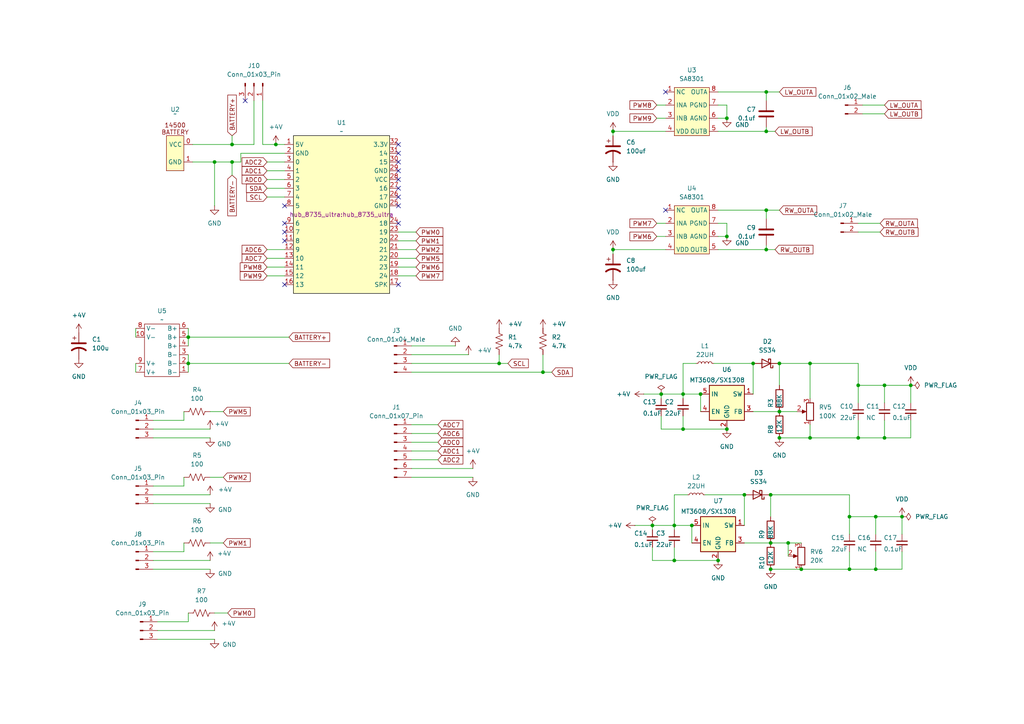
<source format=kicad_sch>
(kicad_sch (version 20250114) (generator "eeschema") (generator_version "9.0")
  (paper "A4")
  (lib_symbols
    (symbol "14500_battery:battery_slot"
      (property "Reference" "U" (at 0 0 0))
      (symbol "battery_slot_1_1"
        (text "14500\nBATTERY" (at -1.27 7.112 0) (effects (font (size 1.27 1.27))))
        (pin power_in line (at 3.81 2.54 180) (length 2.54) (name "VCC") (number "0"))
        (pin input line (at 3.81 -2.54 180) (length 2.54) (name "GND") (number "1"))
      )
    )
    (symbol "14500_battery:charger"
      (property "Reference" "U" (at 0 0 0))
      (symbol "charger_1_1"
        (pin power_out line (at -7.62 6.35 0) (length 2.54) (name "B-") (number "1"))
        (pin power_out line (at -7.62 3.81 0) (length 2.54) (name "B-") (number "2"))
        (pin power_out line (at -7.62 1.27 0) (length 2.54) (name "B-") (number "3"))
        (pin power_out line (at -7.62 -1.27 0) (length 2.54) (name "B+") (number "4"))
        (pin power_out line (at -7.62 -3.81 0) (length 2.54) (name "B+") (number "5"))
        (pin power_out line (at -7.62 -6.35 0) (length 2.54) (name "B+") (number "6"))
        (pin power_out line (at 7.62 6.35 180) (length 2.54) (name "V+") (number "7"))
        (pin power_out line (at 7.62 3.81 180) (length 2.54) (name "V+") (number "9"))
        (pin power_out line (at 7.62 -3.81 180) (length 2.54) (name "V-") (number "10"))
        (pin power_out line (at 7.62 -6.35 180) (length 2.54) (name "V-") (number "8"))
      )
    )
    (symbol "Connector:Conn_01x02_Pin" (pin_names (offset 1.016) (hide yes))
      (property "Reference" "J" (at 0 2.54 0))
      (property "Value" "Conn_01x02_Pin" (at 0 -5.08 0))
      (symbol "Conn_01x02_Pin_1_1"
        (pin passive line (at 5.08 0 180) (length 3.81) (name "Pin_1") (number "1"))
        (pin passive line (at 5.08 -2.54 180) (length 3.81) (name "Pin_2") (number "2"))
      )
    )
    (symbol "Connector:Conn_01x03_Pin" (pin_names (offset 1.016) (hide yes))
      (property "Reference" "J" (at 0 5.08 0))
      (property "Value" "Conn_01x03_Pin" (at 0 -5.08 0))
      (symbol "Conn_01x03_Pin_1_1"
        (pin passive line (at 5.08 2.54 180) (length 3.81) (name "Pin_1") (number "1"))
        (pin passive line (at 5.08 0 180) (length 3.81) (name "Pin_2") (number "2"))
        (pin passive line (at 5.08 -2.54 180) (length 3.81) (name "Pin_3") (number "3"))
      )
    )
    (symbol "Connector:Conn_01x04_Pin" (pin_names (offset 1.016) (hide yes))
      (property "Reference" "J" (at 0 5.08 0))
      (property "Value" "Conn_01x04_Pin" (at 0 -7.62 0))
      (symbol "Conn_01x04_Pin_1_1"
        (pin passive line (at 5.08 2.54 180) (length 3.81) (name "Pin_1") (number "1"))
        (pin passive line (at 5.08 0 180) (length 3.81) (name "Pin_2") (number "2"))
        (pin passive line (at 5.08 -2.54 180) (length 3.81) (name "Pin_3") (number "3"))
        (pin passive line (at 5.08 -5.08 180) (length 3.81) (name "Pin_4") (number "4"))
      )
    )
    (symbol "Connector:Conn_01x07_Pin" (pin_names (offset 1.016) (hide yes))
      (property "Reference" "J" (at 0 10.16 0))
      (property "Value" "Conn_01x07_Pin" (at 0 -10.16 0))
      (symbol "Conn_01x07_Pin_1_1"
        (pin passive line (at 5.08 7.62 180) (length 3.81) (name "Pin_1") (number "1"))
        (pin passive line (at 5.08 5.08 180) (length 3.81) (name "Pin_2") (number "2"))
        (pin passive line (at 5.08 2.54 180) (length 3.81) (name "Pin_3") (number "3"))
        (pin passive line (at 5.08 0 180) (length 3.81) (name "Pin_4") (number "4"))
        (pin passive line (at 5.08 -2.54 180) (length 3.81) (name "Pin_5") (number "5"))
        (pin passive line (at 5.08 -5.08 180) (length 3.81) (name "Pin_6") (number "6"))
        (pin passive line (at 5.08 -7.62 180) (length 3.81) (name "Pin_7") (number "7"))
      )
    )
    (symbol "Device:C" (pin_numbers (hide yes)) (pin_names (offset 0.254))
      (property "Reference" "C" (at 0.635 2.54 0))
      (property "Value" "C" (at 0.635 -2.54 0))
      (symbol "C_1_1"
        (pin passive line (at 0 3.81 270) (length 2.794) (name "~") (number "1"))
        (pin passive line (at 0 -3.81 90) (length 2.794) (name "~") (number "2"))
      )
    )
    (symbol "Device:C_Polarized_US" (pin_numbers (hide yes)) (pin_names (offset 0.254) (hide yes))
      (property "Reference" "C" (at 0.635 2.54 0))
      (property "Value" "C_Polarized_US" (at 0.635 -2.54 0))
      (symbol "C_Polarized_US_1_1"
        (pin passive line (at 0 3.81 270) (length 2.794) (name "~") (number "1"))
        (pin passive line (at 0 -3.81 90) (length 3.302) (name "~") (number "2"))
      )
    )
    (symbol "Device:C_Small" (pin_numbers (hide yes)) (pin_names (offset 0.254) (hide yes))
      (property "Reference" "C" (at 0.254 1.778 0))
      (property "Value" "C_Small" (at 0.254 -2.032 0))
      (symbol "C_Small_1_1"
        (pin passive line (at 0 2.54 270) (length 2.032) (name "~") (number "1"))
        (pin passive line (at 0 -2.54 90) (length 2.032) (name "~") (number "2"))
      )
    )
    (symbol "Device:L_Small" (pin_numbers (hide yes)) (pin_names (offset 0.254) (hide yes))
      (property "Reference" "L" (at 0.762 1.016 0))
      (property "Value" "L_Small" (at 0.762 -1.016 0))
      (symbol "L_Small_1_1"
        (pin passive line (at 0 2.54 270) (length 0.508) (name "~") (number "1"))
        (pin passive line (at 0 -2.54 90) (length 0.508) (name "~") (number "2"))
      )
    )
    (symbol "Device:R" (pin_numbers (hide yes)) (pin_names (offset 0))
      (property "Reference" "R" (at 2.032 0 90))
      (property "Value" "R" (at 0 0 90))
      (symbol "R_1_1"
        (pin passive line (at 0 3.81 270) (length 1.27) (name "~") (number "1"))
        (pin passive line (at 0 -3.81 90) (length 1.27) (name "~") (number "2"))
      )
    )
    (symbol "Device:R_Potentiometer" (pin_names (offset 1.016) (hide yes))
      (property "Reference" "RV" (at -4.445 0 90))
      (property "Value" "R_Potentiometer" (at -2.54 0 90))
      (symbol "R_Potentiometer_1_1"
        (pin passive line (at 0 3.81 270) (length 1.27) (name "1") (number "1"))
        (pin passive line (at 0 -3.81 90) (length 1.27) (name "3") (number "3"))
        (pin passive line (at 3.81 0 180) (length 1.27) (name "2") (number "2"))
      )
    )
    (symbol "Device:R_US" (pin_numbers (hide yes)) (pin_names (offset 0))
      (property "Reference" "R" (at 2.54 0 90))
      (property "Value" "R_US" (at -2.54 0 90))
      (symbol "R_US_1_1"
        (pin passive line (at 0 3.81 270) (length 1.27) (name "~") (number "1"))
        (pin passive line (at 0 -3.81 90) (length 1.27) (name "~") (number "2"))
      )
    )
    (symbol "Diode:SS34" (pin_numbers (hide yes)) (pin_names (offset 1.016) (hide yes))
      (property "Reference" "D" (at 0 2.54 0))
      (property "Value" "SS34" (at 0 -2.54 0))
      (symbol "SS34_1_1"
        (pin passive line (at -3.81 0 0) (length 2.54) (name "K") (number "1"))
        (pin passive line (at 3.81 0 180) (length 2.54) (name "A") (number "2"))
      )
    )
    (symbol "IC:SA8301"
      (property "Reference" "U" (at -2.54 1.27 0))
      (property "Value" "SA8301" (at 0 0 0))
      (symbol "SA8301_1_1"
        (pin passive line (at -6.35 -2.54 0) (length 2.54) (name "NC") (number "1"))
        (pin input line (at -6.35 -6.35 0) (length 2.54) (name "INA") (number "2"))
        (pin input line (at -6.35 -10.16 0) (length 2.54) (name "INB") (number "3"))
        (pin power_in line (at -6.35 -13.97 0) (length 2.54) (name "VDD") (number "4"))
        (pin output line (at 8.89 -2.54 180) (length 2.54) (name "OUTA") (number "8"))
        (pin power_in line (at 8.89 -6.35 180) (length 2.54) (name "PGND") (number "7"))
        (pin power_in line (at 8.89 -10.16 180) (length 2.54) (name "AGND") (number "6"))
        (pin output line (at 8.89 -13.97 180) (length 2.54) (name "OUTB") (number "5"))
      )
    )
    (symbol "Regulator_Switching:MT3608"
      (property "Reference" "U" (at -2.54 8.89 0))
      (property "Value" "MT3608" (at -3.81 6.35 0))
      (symbol "MT3608_1_1"
        (pin power_in line (at -7.62 2.54 0) (length 2.54) (name "IN") (number "5"))
        (pin input line (at -7.62 -2.54 0) (length 2.54) (name "EN") (number "4"))
        (pin power_in line (at 0 -7.62 90) (length 2.54) (name "GND") (number "2"))
        (pin no_connect line (at 5.08 0 180) (length 2.54) (hide yes) (name "NC") (number "6"))
        (pin passive line (at 7.62 2.54 180) (length 2.54) (name "SW") (number "1"))
        (pin input line (at 7.62 -2.54 180) (length 2.54) (name "FB") (number "3"))
      )
    )
    (symbol "hub_8735_ultra:hub_8735"
      (property "Reference" "U" (at 0 0 0))
      (symbol "hub_8735_1_1"
        (pin power_in line (at -16.51 20.32 0) (length 2.54) (name "5V") (number "1"))
        (pin power_in line (at -16.51 17.78 0) (length 2.54) (name "GND") (number "2"))
        (pin bidirectional line (at -16.51 15.24 0) (length 2.54) (name "0") (number "3"))
        (pin bidirectional line (at -16.51 12.7 0) (length 2.54) (name "1") (number "4"))
        (pin bidirectional line (at -16.51 10.16 0) (length 2.54) (name "2") (number "5"))
        (pin bidirectional line (at -16.51 7.62 0) (length 2.54) (name "3") (number "6"))
        (pin bidirectional line (at -16.51 5.08 0) (length 2.54) (name "4") (number "7"))
        (pin bidirectional line (at -16.51 2.54 0) (length 2.54) (name "5") (number "8"))
        (pin bidirectional line (at -16.51 -2.54 0) (length 2.54) (name "6") (number "9"))
        (pin bidirectional line (at -16.51 -5.08 0) (length 2.54) (name "7") (number "10"))
        (pin bidirectional line (at -16.51 -7.62 0) (length 2.54) (name "8") (number "11"))
        (pin bidirectional line (at -16.51 -10.16 0) (length 2.54) (name "9") (number "12"))
        (pin bidirectional line (at -16.51 -12.7 0) (length 2.54) (name "10") (number "13"))
        (pin bidirectional line (at -16.51 -15.24 0) (length 2.54) (name "11") (number "14"))
        (pin bidirectional line (at -16.51 -17.78 0) (length 2.54) (name "12") (number "15"))
        (pin bidirectional line (at -16.51 -20.32 0) (length 2.54) (name "13") (number "16"))
        (pin power_in line (at 16.51 20.32 180) (length 2.54) (name "3.3V") (number "32"))
        (pin input line (at 16.51 17.78 180) (length 2.54) (name "14") (number "31"))
        (pin bidirectional line (at 16.51 15.24 180) (length 2.54) (name "15") (number "30"))
        (pin power_in line (at 16.51 12.7 180) (length 2.54) (name "GND") (number "29"))
        (pin power_out line (at 16.51 10.16 180) (length 2.54) (name "VCC") (number "28"))
        (pin bidirectional line (at 16.51 7.62 180) (length 2.54) (name "16") (number "27"))
        (pin bidirectional line (at 16.51 5.08 180) (length 2.54) (name "17") (number "26"))
        (pin power_in line (at 16.51 2.54 180) (length 2.54) (name "GND") (number "25"))
        (pin bidirectional line (at 16.51 -2.54 180) (length 2.54) (name "18") (number "24"))
        (pin bidirectional line (at 16.51 -5.08 180) (length 2.54) (name "19") (number "23"))
        (pin bidirectional line (at 16.51 -7.62 180) (length 2.54) (name "20") (number "22"))
        (pin bidirectional line (at 16.51 -10.16 180) (length 2.54) (name "21") (number "21"))
        (pin bidirectional line (at 16.51 -12.7 180) (length 2.54) (name "22") (number "20"))
        (pin bidirectional line (at 16.51 -15.24 180) (length 2.54) (name "23") (number "19"))
        (pin bidirectional line (at 16.51 -17.78 180) (length 2.54) (name "24") (number "18"))
        (pin output line (at 16.51 -20.32 180) (length 2.54) (name "SPK") (number "17"))
      )
    )
    (symbol "power:+4V" (power) (pin_numbers (hide yes)) (pin_names (offset 0) (hide yes))
      (property "Value" "+4V" (at 0 3.556 0))
      (symbol "+4V_1_1"
        (pin power_in line (at 0 0 90) (length 0) (name "~") (number "1"))
      )
    )
    (symbol "power:GND" (power) (pin_numbers (hide yes)) (pin_names (offset 0) (hide yes))
      (property "Value" "GND" (at 0 -3.81 0))
      (symbol "GND_1_1"
        (pin power_in line (at 0 0 270) (length 0) (name "~") (number "1"))
      )
    )
    (symbol "power:PWR_FLAG" (power) (pin_numbers (hide yes)) (pin_names (offset 0) (hide yes))
      (property "Value" "PWR_FLAG" (at 0 3.81 0))
      (symbol "PWR_FLAG_0_0"
        (pin power_out line (at 0 0 90) (length 0) (name "~") (number "1"))
      )
    )
    (symbol "power:VCC" (power) (pin_numbers (hide yes)) (pin_names (offset 0) (hide yes))
      (property "Value" "VCC" (at 0 3.556 0))
      (symbol "VCC_1_1"
        (pin power_in line (at 0 0 90) (length 0) (name "~") (number "1"))
      )
    )
    (symbol "power:VDD" (power) (pin_numbers (hide yes)) (pin_names (offset 0) (hide yes))
      (property "Value" "VDD" (at 0 3.556 0))
      (symbol "VDD_1_1"
        (pin power_in line (at 0 0 90) (length 0) (name "~") (number "1"))
      )
    )
  )
  (junction (at 256.54 127))
  (junction (at 67.31 46.99))
  (junction (at 223.52 143.51))
  (junction (at 226.06 119.38))
  (junction (at 222.25 38.1))
  (junction (at 215.9 143.51))
  (junction (at 223.52 165.1))
  (junction (at 261.62 149.86))
  (junction (at 222.25 26.67))
  (junction (at 234.95 105.41))
  (junction (at 210.82 124.46))
  (junction (at 232.41 165.1))
  (junction (at 226.06 105.41))
  (junction (at 248.92 127))
  (junction (at 246.38 149.86))
  (junction (at 210.82 34.29))
  (junction (at 157.48 107.95))
  (junction (at 222.25 72.39))
  (junction (at 191.77 114.3))
  (junction (at 256.54 111.76))
  (junction (at 223.52 157.48))
  (junction (at 264.16 111.76))
  (junction (at 248.92 111.76))
  (junction (at 228.6 157.48))
  (junction (at 54.61 97.79))
  (junction (at 67.31 41.91))
  (junction (at 222.25 60.96))
  (junction (at 198.12 114.3))
  (junction (at 200.66 152.4))
  (junction (at 177.8 72.39))
  (junction (at 62.23 46.99))
  (junction (at 226.06 127))
  (junction (at 189.23 152.4))
  (junction (at 210.82 68.58))
  (junction (at 234.95 127))
  (junction (at 54.61 105.41))
  (junction (at 208.28 162.56))
  (junction (at 203.2 114.3))
  (junction (at 195.58 162.56))
  (junction (at 144.78 105.41))
  (junction (at 218.44 105.41))
  (junction (at 254 149.86))
  (junction (at 254 165.1))
  (junction (at 246.38 165.1))
  (junction (at 198.12 124.46))
  (junction (at 177.8 38.1))
  (junction (at 195.58 152.4))
  (junction (at 80.01 41.91))
  (no_connect (at 82.55 64.77))
  (no_connect (at 115.57 52.07))
  (no_connect (at 193.04 26.67))
  (no_connect (at 82.55 59.69))
  (no_connect (at 115.57 64.77))
  (no_connect (at 115.57 44.45))
  (no_connect (at 82.55 82.55))
  (no_connect (at 115.57 57.15))
  (no_connect (at 115.57 49.53))
  (no_connect (at 193.04 60.96))
  (no_connect (at 82.55 69.85))
  (no_connect (at 71.12 29.21))
  (no_connect (at 115.57 46.99))
  (no_connect (at 115.57 82.55))
  (no_connect (at 82.55 67.31))
  (no_connect (at 115.57 59.69))
  (no_connect (at 115.57 41.91))
  (no_connect (at 115.57 54.61))
  (wire (pts (xy 200.66 152.4) (xy 195.58 152.4)))
  (wire (pts (xy 228.6 157.48) (xy 228.6 161.29)))
  (wire (pts (xy 54.61 180.34) (xy 54.61 177.8)))
  (wire (pts (xy 226.06 105.41) (xy 234.95 105.41)))
  (wire (pts (xy 77.47 49.53) (xy 82.55 49.53)))
  (wire (pts (xy 44.45 143.51) (xy 60.96 143.51)))
  (wire (pts (xy 115.57 74.93) (xy 120.65 74.93)))
  (wire (pts (xy 208.28 162.56) (xy 195.58 162.56)))
  (wire (pts (xy 39.37 105.41) (xy 39.37 107.95)))
  (wire (pts (xy 256.54 111.76) (xy 264.16 111.76)))
  (wire (pts (xy 191.77 114.3) (xy 198.12 114.3)))
  (wire (pts (xy 54.61 95.25) (xy 54.61 97.79)))
  (wire (pts (xy 218.44 119.38) (xy 226.06 119.38)))
  (wire (pts (xy 223.52 143.51) (xy 223.52 149.86)))
  (wire (pts (xy 191.77 124.46) (xy 198.12 124.46)))
  (wire (pts (xy 234.95 105.41) (xy 234.95 115.57)))
  (wire (pts (xy 190.5 64.77) (xy 193.04 64.77)))
  (wire (pts (xy 67.31 41.91) (xy 73.66 41.91)))
  (wire (pts (xy 246.38 143.51) (xy 246.38 149.86)))
  (wire (pts (xy 250.19 33.02) (xy 256.54 33.02)))
  (wire (pts (xy 189.23 152.4) (xy 189.23 153.67)))
  (wire (pts (xy 223.52 165.1) (xy 232.41 165.1)))
  (wire (pts (xy 195.58 143.51) (xy 195.58 152.4)))
  (wire (pts (xy 208.28 64.77) (xy 210.82 64.77)))
  (wire (pts (xy 228.6 157.48) (xy 232.41 157.48)))
  (wire (pts (xy 222.25 72.39) (xy 224.79 72.39)))
  (wire (pts (xy 77.47 74.93) (xy 82.55 74.93)))
  (wire (pts (xy 254 149.86) (xy 254 154.94)))
  (wire (pts (xy 210.82 30.48) (xy 210.82 34.29)))
  (wire (pts (xy 226.06 105.41) (xy 226.06 111.76)))
  (wire (pts (xy 80.01 41.91) (xy 76.2 41.91)))
  (wire (pts (xy 115.57 72.39) (xy 120.65 72.39)))
  (wire (pts (xy 208.28 34.29) (xy 210.82 34.29)))
  (wire (pts (xy 119.38 105.41) (xy 144.78 105.41)))
  (wire (pts (xy 53.34 140.97) (xy 53.34 138.43)))
  (wire (pts (xy 189.23 158.75) (xy 189.23 162.56)))
  (wire (pts (xy 222.25 38.1) (xy 224.79 38.1)))
  (wire (pts (xy 77.47 80.01) (xy 82.55 80.01)))
  (wire (pts (xy 215.9 143.51) (xy 215.9 152.4)))
  (wire (pts (xy 246.38 149.86) (xy 246.38 154.94)))
  (wire (pts (xy 189.23 162.56) (xy 195.58 162.56)))
  (wire (pts (xy 144.78 102.87) (xy 144.78 105.41)))
  (wire (pts (xy 234.95 105.41) (xy 248.92 105.41)))
  (wire (pts (xy 45.72 185.42) (xy 62.23 185.42)))
  (wire (pts (xy 82.55 41.91) (xy 80.01 41.91)))
  (wire (pts (xy 144.78 105.41) (xy 147.32 105.41)))
  (wire (pts (xy 119.38 100.33) (xy 132.08 100.33)))
  (wire (pts (xy 54.61 105.41) (xy 54.61 107.95)))
  (wire (pts (xy 218.44 105.41) (xy 218.44 114.3)))
  (wire (pts (xy 53.34 121.92) (xy 53.34 119.38)))
  (wire (pts (xy 254 165.1) (xy 261.62 165.1)))
  (wire (pts (xy 115.57 67.31) (xy 120.65 67.31)))
  (wire (pts (xy 115.57 69.85) (xy 120.65 69.85)))
  (wire (pts (xy 201.93 105.41) (xy 198.12 105.41)))
  (wire (pts (xy 248.92 67.31) (xy 255.27 67.31)))
  (wire (pts (xy 207.01 105.41) (xy 218.44 105.41)))
  (wire (pts (xy 55.88 41.91) (xy 67.31 41.91)))
  (wire (pts (xy 44.45 121.92) (xy 53.34 121.92)))
  (wire (pts (xy 208.28 26.67) (xy 222.25 26.67)))
  (wire (pts (xy 77.47 54.61) (xy 82.55 54.61)))
  (wire (pts (xy 54.61 97.79) (xy 83.82 97.79)))
  (wire (pts (xy 191.77 114.3) (xy 191.77 115.57)))
  (wire (pts (xy 77.47 52.07) (xy 82.55 52.07)))
  (wire (pts (xy 203.2 119.38) (xy 203.2 114.3)))
  (wire (pts (xy 67.31 46.99) (xy 69.85 46.99)))
  (wire (pts (xy 77.47 57.15) (xy 82.55 57.15)))
  (wire (pts (xy 77.47 46.99) (xy 82.55 46.99)))
  (wire (pts (xy 76.2 41.91) (xy 76.2 29.21)))
  (wire (pts (xy 232.41 165.1) (xy 246.38 165.1)))
  (wire (pts (xy 256.54 127) (xy 264.16 127)))
  (wire (pts (xy 119.38 123.19) (xy 127 123.19)))
  (wire (pts (xy 119.38 102.87) (xy 135.89 102.87)))
  (wire (pts (xy 115.57 77.47) (xy 120.65 77.47)))
  (wire (pts (xy 200.66 157.48) (xy 200.66 152.4)))
  (wire (pts (xy 44.45 165.1) (xy 60.96 165.1)))
  (wire (pts (xy 222.25 63.5) (xy 222.25 60.96)))
  (wire (pts (xy 119.38 138.43) (xy 137.16 138.43)))
  (wire (pts (xy 250.19 30.48) (xy 256.54 30.48)))
  (wire (pts (xy 256.54 127) (xy 256.54 121.92)))
  (wire (pts (xy 222.25 29.21) (xy 222.25 26.67)))
  (wire (pts (xy 210.82 64.77) (xy 210.82 68.58)))
  (wire (pts (xy 77.47 77.47) (xy 82.55 77.47)))
  (wire (pts (xy 208.28 60.96) (xy 222.25 60.96)))
  (wire (pts (xy 55.88 46.99) (xy 62.23 46.99)))
  (wire (pts (xy 45.72 180.34) (xy 54.61 180.34)))
  (wire (pts (xy 226.06 127) (xy 234.95 127)))
  (wire (pts (xy 189.23 152.4) (xy 195.58 152.4)))
  (wire (pts (xy 44.45 146.05) (xy 60.96 146.05)))
  (wire (pts (xy 119.38 125.73) (xy 127 125.73)))
  (wire (pts (xy 184.15 152.4) (xy 189.23 152.4)))
  (wire (pts (xy 234.95 127) (xy 248.92 127)))
  (wire (pts (xy 199.39 143.51) (xy 195.58 143.51)))
  (wire (pts (xy 119.38 107.95) (xy 157.48 107.95)))
  (wire (pts (xy 226.06 119.38) (xy 231.14 119.38)))
  (wire (pts (xy 264.16 127) (xy 264.16 121.92)))
  (wire (pts (xy 193.04 72.39) (xy 177.8 72.39)))
  (wire (pts (xy 254 165.1) (xy 254 160.02)))
  (wire (pts (xy 67.31 46.99) (xy 67.31 50.8)))
  (wire (pts (xy 190.5 68.58) (xy 193.04 68.58)))
  (wire (pts (xy 62.23 46.99) (xy 67.31 46.99)))
  (wire (pts (xy 53.34 160.02) (xy 53.34 157.48)))
  (wire (pts (xy 195.58 153.67) (xy 195.58 152.4)))
  (wire (pts (xy 69.85 44.45) (xy 82.55 44.45)))
  (wire (pts (xy 44.45 160.02) (xy 53.34 160.02)))
  (wire (pts (xy 198.12 105.41) (xy 198.12 114.3)))
  (wire (pts (xy 62.23 177.8) (xy 66.04 177.8)))
  (wire (pts (xy 190.5 30.48) (xy 193.04 30.48)))
  (wire (pts (xy 215.9 157.48) (xy 223.52 157.48)))
  (wire (pts (xy 248.92 111.76) (xy 248.92 116.84)))
  (wire (pts (xy 254 149.86) (xy 261.62 149.86)))
  (wire (pts (xy 157.48 107.95) (xy 160.02 107.95)))
  (wire (pts (xy 198.12 124.46) (xy 198.12 120.65)))
  (wire (pts (xy 264.16 111.76) (xy 264.16 116.84)))
  (wire (pts (xy 190.5 34.29) (xy 193.04 34.29)))
  (wire (pts (xy 67.31 39.37) (xy 67.31 41.91)))
  (wire (pts (xy 208.28 72.39) (xy 222.25 72.39)))
  (wire (pts (xy 261.62 165.1) (xy 261.62 160.02)))
  (wire (pts (xy 39.37 95.25) (xy 39.37 97.79)))
  (wire (pts (xy 234.95 123.19) (xy 234.95 127)))
  (wire (pts (xy 210.82 124.46) (xy 198.12 124.46)))
  (wire (pts (xy 62.23 59.69) (xy 62.23 46.99)))
  (wire (pts (xy 119.38 133.35) (xy 127 133.35)))
  (wire (pts (xy 223.52 157.48) (xy 228.6 157.48)))
  (wire (pts (xy 208.28 68.58) (xy 210.82 68.58)))
  (wire (pts (xy 246.38 165.1) (xy 254 165.1)))
  (wire (pts (xy 44.45 124.46) (xy 60.96 124.46)))
  (wire (pts (xy 248.92 111.76) (xy 256.54 111.76)))
  (wire (pts (xy 44.45 140.97) (xy 53.34 140.97)))
  (wire (pts (xy 223.52 143.51) (xy 246.38 143.51)))
  (wire (pts (xy 204.47 143.51) (xy 215.9 143.51)))
  (wire (pts (xy 248.92 121.92) (xy 248.92 127)))
  (wire (pts (xy 208.28 38.1) (xy 222.25 38.1)))
  (wire (pts (xy 222.25 36.83) (xy 222.25 38.1)))
  (wire (pts (xy 177.8 72.39) (xy 177.8 73.66)))
  (wire (pts (xy 246.38 149.86) (xy 254 149.86)))
  (wire (pts (xy 261.62 149.86) (xy 261.62 154.94)))
  (wire (pts (xy 248.92 64.77) (xy 255.27 64.77)))
  (wire (pts (xy 60.96 138.43) (xy 64.77 138.43)))
  (wire (pts (xy 208.28 30.48) (xy 210.82 30.48)))
  (wire (pts (xy 69.85 46.99) (xy 69.85 44.45)))
  (wire (pts (xy 246.38 160.02) (xy 246.38 165.1)))
  (wire (pts (xy 60.96 157.48) (xy 64.77 157.48)))
  (wire (pts (xy 44.45 127) (xy 60.96 127)))
  (wire (pts (xy 54.61 97.79) (xy 54.61 100.33)))
  (wire (pts (xy 203.2 114.3) (xy 198.12 114.3)))
  (wire (pts (xy 157.48 102.87) (xy 157.48 107.95)))
  (wire (pts (xy 222.25 71.12) (xy 222.25 72.39)))
  (wire (pts (xy 193.04 38.1) (xy 177.8 38.1)))
  (wire (pts (xy 198.12 115.57) (xy 198.12 114.3)))
  (wire (pts (xy 119.38 128.27) (xy 127 128.27)))
  (wire (pts (xy 119.38 130.81) (xy 127 130.81)))
  (wire (pts (xy 54.61 102.87) (xy 54.61 105.41)))
  (wire (pts (xy 73.66 29.21) (xy 73.66 41.91)))
  (wire (pts (xy 54.61 105.41) (xy 83.82 105.41)))
  (wire (pts (xy 222.25 60.96) (xy 226.06 60.96)))
  (wire (pts (xy 44.45 162.56) (xy 60.96 162.56)))
  (wire (pts (xy 77.47 72.39) (xy 82.55 72.39)))
  (wire (pts (xy 60.96 119.38) (xy 64.77 119.38)))
  (wire (pts (xy 45.72 182.88) (xy 62.23 182.88)))
  (wire (pts (xy 119.38 135.89) (xy 137.16 135.89)))
  (wire (pts (xy 186.69 114.3) (xy 191.77 114.3)))
  (wire (pts (xy 115.57 80.01) (xy 120.65 80.01)))
  (wire (pts (xy 222.25 26.67) (xy 226.06 26.67)))
  (wire (pts (xy 248.92 127) (xy 256.54 127)))
  (wire (pts (xy 191.77 120.65) (xy 191.77 124.46)))
  (wire (pts (xy 256.54 111.76) (xy 256.54 116.84)))
  (wire (pts (xy 177.8 38.1) (xy 177.8 39.37)))
  (wire (pts (xy 195.58 162.56) (xy 195.58 158.75)))
  (wire (pts (xy 248.92 105.41) (xy 248.92 111.76)))
  (global_label "PWM1" (shape input) (at 64.77 157.48 0) (property "Intersheetrefs" "${INTERSHEET_REFS}" (effects (hide yes))))
  (global_label "BATTERY-" (shape input) (at 83.82 105.41 0) (property "Intersheetrefs" "${INTERSHEET_REFS}" (effects (hide yes))))
  (global_label "ADC1" (shape input) (at 77.47 49.53 180) (property "Intersheetrefs" "${INTERSHEET_REFS}" (effects (hide yes))))
  (global_label "ADC7" (shape input) (at 127 123.19 0) (property "Intersheetrefs" "${INTERSHEET_REFS}" (effects (hide yes))))
  (global_label "RW_OUTA" (shape input) (at 226.06 60.96 0) (property "Intersheetrefs" "${INTERSHEET_REFS}" (effects (hide yes))))
  (global_label "PWM5" (shape input) (at 64.77 119.38 0) (property "Intersheetrefs" "${INTERSHEET_REFS}" (effects (hide yes))))
  (global_label "PWM7" (shape input) (at 120.65 80.01 0) (property "Intersheetrefs" "${INTERSHEET_REFS}" (effects (hide yes))))
  (global_label "SCL" (shape input) (at 147.32 105.41 0) (property "Intersheetrefs" "${INTERSHEET_REFS}" (effects (hide yes))))
  (global_label "RW_OUTB" (shape input) (at 224.79 72.39 0) (property "Intersheetrefs" "${INTERSHEET_REFS}" (effects (hide yes))))
  (global_label "SCL" (shape input) (at 77.47 57.15 180) (property "Intersheetrefs" "${INTERSHEET_REFS}" (effects (hide yes))))
  (global_label "PWM2" (shape input) (at 120.65 72.39 0) (property "Intersheetrefs" "${INTERSHEET_REFS}" (effects (hide yes))))
  (global_label "LW_OUTB" (shape input) (at 256.54 33.02 0) (property "Intersheetrefs" "${INTERSHEET_REFS}" (effects (hide yes))))
  (global_label "PWM8" (shape input) (at 77.47 77.47 180) (property "Intersheetrefs" "${INTERSHEET_REFS}" (effects (hide yes))))
  (global_label "SDA" (shape input) (at 160.02 107.95 0) (property "Intersheetrefs" "${INTERSHEET_REFS}" (effects (hide yes))))
  (global_label "PWM7" (shape input) (at 190.5 64.77 180) (property "Intersheetrefs" "${INTERSHEET_REFS}" (effects (hide yes))))
  (global_label "ADC2" (shape input) (at 77.47 46.99 180) (property "Intersheetrefs" "${INTERSHEET_REFS}" (effects (hide yes))))
  (global_label "LW_OUTB" (shape input) (at 224.79 38.1 0) (property "Intersheetrefs" "${INTERSHEET_REFS}" (effects (hide yes))))
  (global_label "SDA" (shape input) (at 77.47 54.61 180) (property "Intersheetrefs" "${INTERSHEET_REFS}" (effects (hide yes))))
  (global_label "BATTERY+" (shape input) (at 83.82 97.79 0) (property "Intersheetrefs" "${INTERSHEET_REFS}" (effects (hide yes))))
  (global_label "ADC7" (shape input) (at 77.47 74.93 180) (property "Intersheetrefs" "${INTERSHEET_REFS}" (effects (hide yes))))
  (global_label "ADC1" (shape input) (at 127 130.81 0) (property "Intersheetrefs" "${INTERSHEET_REFS}" (effects (hide yes))))
  (global_label "PWM0" (shape input) (at 66.04 177.8 0) (property "Intersheetrefs" "${INTERSHEET_REFS}" (effects (hide yes))))
  (global_label "RW_OUTB" (shape input) (at 255.27 67.31 0) (property "Intersheetrefs" "${INTERSHEET_REFS}" (effects (hide yes))))
  (global_label "BATTERY+" (shape input) (at 67.31 39.37 90) (property "Intersheetrefs" "${INTERSHEET_REFS}" (effects (hide yes))))
  (global_label "PWM6" (shape input) (at 120.65 77.47 0) (property "Intersheetrefs" "${INTERSHEET_REFS}" (effects (hide yes))))
  (global_label "LW_OUTA" (shape input) (at 256.54 30.48 0) (property "Intersheetrefs" "${INTERSHEET_REFS}" (effects (hide yes))))
  (global_label "PWM9" (shape input) (at 190.5 34.29 180) (property "Intersheetrefs" "${INTERSHEET_REFS}" (effects (hide yes))))
  (global_label "PWM5" (shape input) (at 120.65 74.93 0) (property "Intersheetrefs" "${INTERSHEET_REFS}" (effects (hide yes))))
  (global_label "BATTERY-" (shape input) (at 67.31 50.8 270) (property "Intersheetrefs" "${INTERSHEET_REFS}" (effects (hide yes))))
  (global_label "PWM6" (shape input) (at 190.5 68.58 180) (property "Intersheetrefs" "${INTERSHEET_REFS}" (effects (hide yes))))
  (global_label "RW_OUTA" (shape input) (at 255.27 64.77 0) (property "Intersheetrefs" "${INTERSHEET_REFS}" (effects (hide yes))))
  (global_label "PWM2" (shape input) (at 64.77 138.43 0) (property "Intersheetrefs" "${INTERSHEET_REFS}" (effects (hide yes))))
  (global_label "ADC2" (shape input) (at 127 133.35 0) (property "Intersheetrefs" "${INTERSHEET_REFS}" (effects (hide yes))))
  (global_label "PWM1" (shape input) (at 120.65 69.85 0) (property "Intersheetrefs" "${INTERSHEET_REFS}" (effects (hide yes))))
  (global_label "PWM9" (shape input) (at 77.47 80.01 180) (property "Intersheetrefs" "${INTERSHEET_REFS}" (effects (hide yes))))
  (global_label "ADC0" (shape input) (at 127 128.27 0) (property "Intersheetrefs" "${INTERSHEET_REFS}" (effects (hide yes))))
  (global_label "ADC6" (shape input) (at 77.47 72.39 180) (property "Intersheetrefs" "${INTERSHEET_REFS}" (effects (hide yes))))
  (global_label "PWM0" (shape input) (at 120.65 67.31 0) (property "Intersheetrefs" "${INTERSHEET_REFS}" (effects (hide yes))))
  (global_label "PWM8" (shape input) (at 190.5 30.48 180) (property "Intersheetrefs" "${INTERSHEET_REFS}" (effects (hide yes))))
  (global_label "ADC6" (shape input) (at 127 125.73 0) (property "Intersheetrefs" "${INTERSHEET_REFS}" (effects (hide yes))))
  (global_label "ADC0" (shape input) (at 77.47 52.07 180) (property "Intersheetrefs" "${INTERSHEET_REFS}" (effects (hide yes))))
  (global_label "LW_OUTA" (shape input) (at 226.06 26.67 0) (property "Intersheetrefs" "${INTERSHEET_REFS}" (effects (hide yes))))
  (symbol (lib_id "Device:L_Small") (at 201.93 143.51 90) (unit 1)
    (property "Reference" "L2" (at 201.93 138.43 90))
    (property "Value" "22UH" (at 201.93 140.97 90))
    (property "Footprint" "Inductor_SMD:L_Cenker_CKCS6045" (effects (hide yes)))
    (property "Description" "Inductor, small symbol" (effects (hide yes)))
  )
  (symbol (lib_id "power:GND") (at 210.82 124.46 0) (unit 1)
    (property "Reference" "#PWR048" (effects (hide yes)))
    (property "Value" "GND" (at 210.82 129.54 0))
    (property "Description" "Power symbol creates a global label with name \"GND\" , ground" (effects (hide yes)))
  )
  (symbol (lib_id "power:VDD") (at 177.8 38.1 0) (unit 1)
    (property "Reference" "#PWR06" (effects (hide yes)))
    (property "Value" "VDD" (at 177.8 33.02 0))
    (property "Description" "Power symbol creates a global label with name \"VDD\"" (effects (hide yes)))
  )
  (symbol (lib_id "power:GND") (at 60.96 127 0) (unit 1)
    (property "Reference" "#PWR018" (effects (hide yes)))
    (property "Value" "GND" (at 65.024 128.778 0))
    (property "Description" "Power symbol creates a global label with name \"GND\" , ground" (effects (hide yes)))
  )
  (symbol (lib_id "Connector:Conn_01x04_Pin") (at 114.3 102.87 0) (unit 1)
    (property "Reference" "J3" (at 114.935 95.885 0))
    (property "Value" "Conn_01x04_Male" (at 114.935 98.425 0))
    (property "Footprint" "Connector_JST:JST_EH_B4B-EH-A_1x04_P2.50mm_Vertical" (effects (hide yes)))
  )
  (symbol (lib_id "power:GND") (at 210.82 68.58 0) (unit 1)
    (property "Reference" "#PWR025" (effects (hide yes)))
    (property "Value" "GND" (at 215.265 70.485 0))
    (property "Description" "Power symbol creates a global label with name \"GND\" , ground" (effects (hide yes)))
  )
  (symbol (lib_id "Device:C_Small") (at 195.58 156.21 0) (unit 1)
    (property "Reference" "C3" (at 190.246 154.686 0) (effects (justify left)))
    (property "Value" "22uF" (at 190.246 157.988 0) (effects (justify left)))
    (property "Footprint" "Capacitor_SMD:C_0805_2012Metric" (effects (hide yes)))
  )
  (symbol (lib_id "power:+4V") (at 60.96 124.46 0) (unit 1)
    (property "Reference" "#PWR011" (effects (hide yes)))
    (property "Value" "+4V" (at 64.262 122.936 0))
    (property "Description" "Power symbol creates a global label with name \"+4V\"" (effects (hide yes)))
  )
  (symbol (lib_id "power:VCC") (at 22.86 96.52 0) (unit 1)
    (property "Reference" "#PWR031" (effects (hide yes)))
    (property "Value" "+4V" (at 22.86 91.44 0))
    (property "Description" "Power symbol creates a global label with name \"VCC\"" (effects (hide yes)))
  )
  (symbol (lib_id "Device:C_Small") (at 191.77 118.11 0) (unit 1)
    (property "Reference" "C13" (at 186.436 116.586 0) (effects (justify left)))
    (property "Value" "0.1uF" (at 186.436 119.888 0) (effects (justify left)))
    (property "Footprint" "Capacitor_SMD:C_0603_1608Metric" (effects (hide yes)))
  )
  (symbol (lib_id "Device:C_Polarized_US") (at 177.8 77.47 0) (unit 1)
    (property "Reference" "C8" (at 181.61 75.565 0) (effects (justify left)))
    (property "Value" "100uf" (at 181.61 78.105 0) (effects (justify left)))
    (property "Footprint" "Capacitor_SMD:C_1210_3225Metric" (effects (hide yes)))
  )
  (symbol (lib_id "Regulator_Switching:MT3608") (at 208.28 154.94 0) (unit 1)
    (property "Reference" "U7" (at 208.28 145.288 0))
    (property "Value" "MT3608/SX1308" (at 205.486 148.336 0))
    (property "Footprint" "Package_TO_SOT_SMD:SOT-23-6" (effects (hide yes)))
    (property "Datasheet" "https://www.olimex.com/Products/Breadboarding/BB-PWR-3608/resources/MT3608.pdf" (effects (hide yes)))
    (property "Description" "High Efficiency 1.2MHz 2A Step Up Converter, 2-24V Vin, 28V Vout, 4A current limit, 1.2MHz, SOT23-6" (effects (hide yes)))
  )
  (symbol (lib_id "power:GND") (at 177.8 46.99 0) (unit 1)
    (property "Reference" "#PWR021" (effects (hide yes)))
    (property "Value" "GND" (at 177.8 52.07 0))
    (property "Description" "Power symbol creates a global label with name \"GND\" , ground" (effects (hide yes)))
  )
  (symbol (lib_id "Device:R_Potentiometer") (at 234.95 119.38 180) (unit 1)
    (property "Reference" "RV5" (at 237.49 118.1099 0) (effects (justify right)))
    (property "Value" "100K" (at 237.49 120.6499 0) (effects (justify right)))
    (property "Footprint" "Potentiometer_SMD:Potentiometer_Bourns_3214J_Horizontal" (effects (hide yes)))
    (property "Description" "Potentiometer" (effects (hide yes)))
  )
  (symbol (lib_id "power:GND") (at 177.8 81.28 0) (unit 1)
    (property "Reference" "#PWR024" (effects (hide yes)))
    (property "Value" "GND" (at 177.8 86.36 0))
    (property "Description" "Power symbol creates a global label with name \"GND\" , ground" (effects (hide yes)))
  )
  (symbol (lib_id "power:VCC") (at 184.15 152.4 90) (unit 1)
    (property "Reference" "#PWR07" (effects (hide yes)))
    (property "Value" "+4V" (at 180.34 152.3999 90) (effects (justify left)))
    (property "Description" "Power symbol creates a global label with name \"VCC\"" (effects (hide yes)))
  )
  (symbol (lib_id "power:+4V") (at 60.96 162.56 0) (unit 1)
    (property "Reference" "#PWR013" (effects (hide yes)))
    (property "Value" "+4V" (at 65.024 160.528 0))
    (property "Description" "Power symbol creates a global label with name \"+4V\"" (effects (hide yes)))
  )
  (symbol (lib_id "power:+4V") (at 157.48 95.25 0) (unit 1)
    (property "Reference" "#PWR030" (effects (hide yes)))
    (property "Value" "+4V" (at 160.02 93.9799 0) (effects (justify left)))
    (property "Description" "Power symbol creates a global label with name \"+4V\"" (effects (hide yes)))
  )
  (symbol (lib_id "Connector:Conn_01x03_Pin") (at 73.66 24.13 270) (unit 1)
    (property "Reference" "J10" (at 73.66 19.05 90))
    (property "Value" "Conn_01x03_Pin" (at 73.66 21.59 90))
    (property "Footprint" "Connector_JST:JST_EH_B3B-EH-A_1x03_P2.50mm_Vertical" (effects (hide yes)))
    (property "Description" "Generic connector, single row, 01x03, script generated" (effects (hide yes)))
  )
  (symbol (lib_id "14500_battery:battery_slot") (at 52.07 44.45 0) (unit 1)
    (property "Reference" "U2" (at 50.8 31.75 0))
    (property "Value" "~" (at 50.8 33.02 0))
    (property "Footprint" "14500_battery:14500_battery_slot" (effects (hide yes)))
  )
  (symbol (lib_id "Device:R") (at 226.06 115.57 180) (unit 1)
    (property "Reference" "R3" (at 223.52 115.57 90) (effects (justify left)))
    (property "Value" "88K" (at 226.06 114.3 90) (effects (justify left)))
    (property "Footprint" "Resistor_SMD:R_0603_1608Metric" (effects (hide yes)))
  )
  (symbol (lib_id "Device:C_Small") (at 189.23 156.21 0) (unit 1)
    (property "Reference" "C14" (at 183.896 154.686 0) (effects (justify left)))
    (property "Value" "0.1uF" (at 183.896 157.988 0) (effects (justify left)))
    (property "Footprint" "Capacitor_SMD:C_0603_1608Metric" (effects (hide yes)))
  )
  (symbol (lib_id "power:GND") (at 210.82 34.29 0) (unit 1)
    (property "Reference" "#PWR022" (effects (hide yes)))
    (property "Value" "GND" (at 215.265 36.195 0))
    (property "Description" "Power symbol creates a global label with name \"GND\" , ground" (effects (hide yes)))
  )
  (symbol (lib_id "Device:R") (at 223.52 161.29 180) (unit 1)
    (property "Reference" "R10" (at 220.98 161.29 90) (effects (justify left)))
    (property "Value" "12K" (at 223.52 159.766 90) (effects (justify left)))
    (property "Footprint" "Resistor_SMD:R_0603_1608Metric" (effects (hide yes)))
  )
  (symbol (lib_id "power:GND") (at 208.28 162.56 0) (unit 1)
    (property "Reference" "#PWR050" (effects (hide yes)))
    (property "Value" "GND" (at 208.28 167.64 0))
    (property "Description" "Power symbol creates a global label with name \"GND\" , ground" (effects (hide yes)))
  )
  (symbol (lib_id "Device:R_US") (at 57.15 119.38 90) (unit 1)
    (property "Reference" "R4" (at 57.15 113.03 90))
    (property "Value" "100" (at 57.15 115.57 90))
    (property "Footprint" "Resistor_SMD:R_0603_1608Metric" (effects (hide yes)))
    (property "Description" "Resistor, US symbol" (effects (hide yes)))
  )
  (symbol (lib_id "Device:C_Polarized_US") (at 22.86 100.33 0) (unit 1)
    (property "Reference" "C1" (at 26.67 98.4249 0) (effects (justify left)))
    (property "Value" "100u" (at 26.67 100.9649 0) (effects (justify left)))
    (property "Footprint" "Capacitor_THT:CP_Radial_D5.0mm_P2.50mm" (effects (hide yes)))
    (property "Description" "Polarized capacitor, US symbol" (effects (hide yes)))
  )
  (symbol (lib_id "Device:C_Small") (at 198.12 118.11 0) (unit 1)
    (property "Reference" "C2" (at 192.786 116.586 0) (effects (justify left)))
    (property "Value" "22uF" (at 192.786 119.888 0) (effects (justify left)))
    (property "Footprint" "Capacitor_SMD:C_0805_2012Metric" (effects (hide yes)))
  )
  (symbol (lib_id "Device:C_Small") (at 264.16 119.38 0) (unit 1)
    (property "Reference" "C12" (at 258.826 117.856 0) (effects (justify left)))
    (property "Value" "0.1uF" (at 258.826 121.158 0) (effects (justify left)))
    (property "Footprint" "Capacitor_SMD:C_0603_1608Metric" (effects (hide yes)))
  )
  (symbol (lib_id "power:VCC") (at 80.01 41.91 0) (unit 1)
    (property "Reference" "#PWR026" (effects (hide yes)))
    (property "Value" "+4V" (at 80.01 36.83 0))
    (property "Description" "Power symbol creates a global label with name \"VCC\"" (effects (hide yes)))
  )
  (symbol (lib_id "power:GND") (at 226.06 127 0) (unit 1)
    (property "Reference" "#PWR049" (effects (hide yes)))
    (property "Value" "GND" (at 226.06 132.08 0))
    (property "Description" "Power symbol creates a global label with name \"GND\" , ground" (effects (hide yes)))
  )
  (symbol (lib_id "Device:C_Small") (at 261.62 157.48 0) (unit 1)
    (property "Reference" "C17" (at 256.286 155.956 0) (effects (justify left)))
    (property "Value" "0.1uF" (at 256.286 159.258 0) (effects (justify left)))
    (property "Footprint" "Capacitor_SMD:C_0603_1608Metric" (effects (hide yes)))
  )
  (symbol (lib_id "Connector:Conn_01x03_Pin") (at 40.64 182.88 0) (unit 1)
    (property "Reference" "J9" (at 41.275 175.26 0))
    (property "Value" "Conn_01x03_Pin" (at 41.275 177.8 0))
    (property "Footprint" "Connector_JST:JST_EH_B3B-EH-A_1x03_P2.50mm_Vertical" (effects (hide yes)))
    (property "Description" "Generic connector, single row, 01x03, script generated" (effects (hide yes)))
  )
  (symbol (lib_id "power:GND") (at 132.08 100.33 180) (unit 1)
    (property "Reference" "#PWR09" (effects (hide yes)))
    (property "Value" "GND" (at 132.08 95.25 0))
    (property "Description" "Power symbol creates a global label with name \"GND\" , ground" (effects (hide yes)))
  )
  (symbol (lib_id "power:GND") (at 223.52 165.1 0) (unit 1)
    (property "Reference" "#PWR051" (effects (hide yes)))
    (property "Value" "GND" (at 223.52 170.18 0))
    (property "Description" "Power symbol creates a global label with name \"GND\" , ground" (effects (hide yes)))
  )
  (symbol (lib_id "Regulator_Switching:MT3608") (at 210.82 116.84 0) (unit 1)
    (property "Reference" "U6" (at 210.82 107.188 0))
    (property "Value" "MT3608/SX1308" (at 208.026 110.236 0))
    (property "Footprint" "Package_TO_SOT_SMD:SOT-23-6" (effects (hide yes)))
    (property "Datasheet" "https://www.olimex.com/Products/Breadboarding/BB-PWR-3608/resources/MT3608.pdf" (effects (hide yes)))
    (property "Description" "High Efficiency 1.2MHz 2A Step Up Converter, 2-24V Vin, 28V Vout, 4A current limit, 1.2MHz, SOT23-6" (effects (hide yes)))
  )
  (symbol (lib_id "Device:C_Small") (at 248.92 119.38 0) (unit 1)
    (property "Reference" "C10" (at 243.586 117.856 0) (effects (justify left)))
    (property "Value" "22uF" (at 243.586 121.158 0) (effects (justify left)))
    (property "Footprint" "Capacitor_SMD:C_0805_2012Metric" (effects (hide yes)))
  )
  (symbol (lib_id "power:GND") (at 22.86 104.14 0) (unit 1)
    (property "Reference" "#PWR03" (effects (hide yes)))
    (property "Value" "GND" (at 22.86 109.22 0))
    (property "Description" "Power symbol creates a global label with name \"GND\" , ground" (effects (hide yes)))
  )
  (symbol (lib_id "hub_8735_ultra:hub_8735") (at 99.06 62.23 0) (unit 1)
    (property "Reference" "U1" (at 99.06 35.56 0))
    (property "Value" "~" (at 99.06 38.1 0))
    (property "Footprint" "hub_8735_ultra:hub_8735_ultra" (at 99.06 62.23 0))
  )
  (symbol (lib_id "Connector:Conn_01x03_Pin") (at 39.37 124.46 0) (unit 1)
    (property "Reference" "J4" (at 40.005 116.84 0))
    (property "Value" "Conn_01x03_Pin" (at 40.005 119.38 0))
    (property "Footprint" "Connector_JST:JST_EH_B3B-EH-A_1x03_P2.50mm_Vertical" (effects (hide yes)))
    (property "Description" "Generic connector, single row, 01x03, script generated" (effects (hide yes)))
  )
  (symbol (lib_id "Device:L_Small") (at 204.47 105.41 90) (unit 1)
    (property "Reference" "L1" (at 204.47 100.33 90))
    (property "Value" "22UH" (at 204.47 102.87 90))
    (property "Footprint" "Inductor_SMD:L_Cenker_CKCS6045" (effects (hide yes)))
    (property "Description" "Inductor, small symbol" (effects (hide yes)))
  )
  (symbol (lib_id "Device:R") (at 223.52 153.67 180) (unit 1)
    (property "Reference" "R9" (at 220.98 153.67 90) (effects (justify left)))
    (property "Value" "88K" (at 223.52 152.4 90) (effects (justify left)))
    (property "Footprint" "Resistor_SMD:R_0603_1608Metric" (effects (hide yes)))
  )
  (symbol (lib_id "Device:C_Polarized_US") (at 177.8 43.18 0) (unit 1)
    (property "Reference" "C6" (at 181.61 41.275 0) (effects (justify left)))
    (property "Value" "100uf" (at 181.61 43.815 0) (effects (justify left)))
    (property "Footprint" "Capacitor_SMD:C_1210_3225Metric" (effects (hide yes)))
  )
  (symbol (lib_id "Connector:Conn_01x03_Pin") (at 39.37 162.56 0) (unit 1)
    (property "Reference" "J8" (at 40.005 154.94 0))
    (property "Value" "Conn_01x03_Pin" (at 40.005 157.48 0))
    (property "Footprint" "Connector_JST:JST_EH_B3B-EH-A_1x03_P2.50mm_Vertical" (effects (hide yes)))
    (property "Description" "Generic connector, single row, 01x03, script generated" (effects (hide yes)))
  )
  (symbol (lib_id "power:PWR_FLAG") (at 191.77 114.3 0) (unit 1)
    (property "Reference" "#FLG02" (effects (hide yes)))
    (property "Value" "PWR_FLAG" (at 191.77 109.22 0))
    (property "Description" "Special symbol for telling ERC where power comes from" (effects (hide yes)))
  )
  (symbol (lib_id "power:PWR_FLAG") (at 189.23 152.4 0) (unit 1)
    (property "Reference" "#FLG03" (effects (hide yes)))
    (property "Value" "PWR_FLAG" (at 189.23 147.32 0))
    (property "Description" "Special symbol for telling ERC where power comes from" (effects (hide yes)))
  )
  (symbol (lib_id "IC:SA8301") (at 199.39 58.42 0) (unit 1)
    (property "Reference" "U4" (at 200.66 54.61 0))
    (property "Value" "SA8301" (at 200.66 57.15 0))
    (property "Footprint" "IC:SA8301" (effects (hide yes)))
  )
  (symbol (lib_id "power:VCC") (at 186.69 114.3 90) (unit 1)
    (property "Reference" "#PWR04" (effects (hide yes)))
    (property "Value" "+4V" (at 182.88 114.2999 90) (effects (justify left)))
    (property "Description" "Power symbol creates a global label with name \"VCC\"" (effects (hide yes)))
  )
  (symbol (lib_id "Connector:Conn_01x02_Pin") (at 243.84 64.77 0) (unit 1)
    (property "Reference" "J7" (at 244.475 59.69 0))
    (property "Value" "Conn_01x02_Male" (at 244.475 62.23 0))
    (property "Footprint" "Connector_JST:JST_EH_B2B-EH-A_1x02_P2.50mm_Vertical" (effects (hide yes)))
  )
  (symbol (lib_id "power:VDD") (at 264.16 111.76 0) (unit 1)
    (property "Reference" "#PWR045" (effects (hide yes)))
    (property "Value" "VDD" (at 264.16 106.68 0))
    (property "Description" "Power symbol creates a global label with name \"VDD\"" (effects (hide yes)))
  )
  (symbol (lib_id "power:GND") (at 137.16 138.43 0) (unit 1)
    (property "Reference" "#PWR028" (effects (hide yes)))
    (property "Value" "GND" (at 137.16 143.51 0))
    (property "Description" "Power symbol creates a global label with name \"GND\" , ground" (effects (hide yes)))
  )
  (symbol (lib_id "Connector:Conn_01x02_Pin") (at 245.11 30.48 0) (unit 1)
    (property "Reference" "J6" (at 245.745 25.4 0))
    (property "Value" "Conn_01x02_Male" (at 245.745 27.94 0))
    (property "Footprint" "Connector_JST:JST_EH_B2B-EH-A_1x02_P2.50mm_Vertical" (effects (hide yes)))
  )
  (symbol (lib_id "Device:R_US") (at 58.42 177.8 90) (unit 1)
    (property "Reference" "R7" (at 58.42 171.45 90))
    (property "Value" "100" (at 58.42 173.99 90))
    (property "Footprint" "Resistor_SMD:R_0603_1608Metric" (effects (hide yes)))
    (property "Description" "Resistor, US symbol" (effects (hide yes)))
  )
  (symbol (lib_id "Device:R_US") (at 157.48 99.06 0) (unit 1)
    (property "Reference" "R2" (at 160.02 97.7899 0) (effects (justify left)))
    (property "Value" "4.7k" (at 160.02 100.3299 0) (effects (justify left)))
    (property "Footprint" "Resistor_SMD:R_0603_1608Metric" (effects (hide yes)))
    (property "Description" "Resistor, US symbol" (effects (hide yes)))
  )
  (symbol (lib_id "power:GND") (at 60.96 165.1 0) (unit 1)
    (property "Reference" "#PWR016" (effects (hide yes)))
    (property "Value" "GND" (at 65.278 166.37 0))
    (property "Description" "Power symbol creates a global label with name \"GND\" , ground" (effects (hide yes)))
  )
  (symbol (lib_id "power:+4V") (at 137.16 135.89 0) (unit 1)
    (property "Reference" "#PWR027" (effects (hide yes)))
    (property "Value" "+4V" (at 137.16 130.81 0))
    (property "Description" "Power symbol creates a global label with name \"+4V\"" (effects (hide yes)))
  )
  (symbol (lib_id "Device:C_Small") (at 254 157.48 0) (unit 1)
    (property "Reference" "C16" (at 248.666 155.956 0) (effects (justify left)))
    (property "Value" "NC" (at 248.666 159.258 0) (effects (justify left)))
    (property "Footprint" "Capacitor_SMD:C_1210_3225Metric" (effects (hide yes)))
  )
  (symbol (lib_id "power:PWR_FLAG") (at 261.62 149.86 270) (unit 1)
    (property "Reference" "#FLG04" (effects (hide yes)))
    (property "Value" "PWR_FLAG" (at 265.43 149.8599 90) (effects (justify left)))
    (property "Description" "Special symbol for telling ERC where power comes from" (effects (hide yes)))
  )
  (symbol (lib_id "Diode:SS34") (at 219.71 143.51 180) (unit 1)
    (property "Reference" "D3" (at 220.0275 137.16 0))
    (property "Value" "SS34" (at 220.0275 139.7 0))
    (property "Footprint" "Diode_SMD:D_SMA" (effects (hide yes)))
    (property "Datasheet" "https://www.vishay.com/docs/88751/ss32.pdf" (effects (hide yes)))
    (property "Description" "40V 3A Schottky Diode, SMA" (effects (hide yes)))
  )
  (symbol (lib_id "Connector:Conn_01x03_Pin") (at 39.37 143.51 0) (unit 1)
    (property "Reference" "J5" (at 40.005 135.89 0))
    (property "Value" "Conn_01x03_Pin" (at 40.005 138.43 0))
    (property "Footprint" "Connector_JST:JST_EH_B3B-EH-A_1x03_P2.50mm_Vertical" (effects (hide yes)))
    (property "Description" "Generic connector, single row, 01x03, script generated" (effects (hide yes)))
  )
  (symbol (lib_id "IC:SA8301") (at 199.39 24.13 0) (unit 1)
    (property "Reference" "U3" (at 200.66 20.32 0))
    (property "Value" "SA8301" (at 200.66 22.86 0))
    (property "Footprint" "IC:SA8301" (effects (hide yes)))
  )
  (symbol (lib_id "Device:R") (at 226.06 123.19 180) (unit 1)
    (property "Reference" "R8" (at 223.52 123.19 90) (effects (justify left)))
    (property "Value" "12K" (at 226.06 121.666 90) (effects (justify left)))
    (property "Footprint" "Resistor_SMD:R_0603_1608Metric" (effects (hide yes)))
  )
  (symbol (lib_id "Device:C_Small") (at 256.54 119.38 0) (unit 1)
    (property "Reference" "C11" (at 251.206 117.856 0) (effects (justify left)))
    (property "Value" "NC" (at 251.206 121.158 0) (effects (justify left)))
    (property "Footprint" "Capacitor_SMD:C_1210_3225Metric" (effects (hide yes)))
  )
  (symbol (lib_id "Device:R_US") (at 57.15 157.48 90) (unit 1)
    (property "Reference" "R6" (at 57.15 151.13 90))
    (property "Value" "100" (at 57.15 153.67 90))
    (property "Footprint" "Resistor_SMD:R_0603_1608Metric" (effects (hide yes)))
    (property "Description" "Resistor, US symbol" (effects (hide yes)))
  )
  (symbol (lib_id "Device:R_Potentiometer") (at 232.41 161.29 180) (unit 1)
    (property "Reference" "RV6" (at 234.95 160.0199 0) (effects (justify right)))
    (property "Value" "20K" (at 234.95 162.5599 0) (effects (justify right)))
    (property "Footprint" "Potentiometer_SMD:Potentiometer_Bourns_3214J_Horizontal" (effects (hide yes)))
    (property "Description" "Potentiometer" (effects (hide yes)))
  )
  (symbol (lib_id "Device:R_US") (at 144.78 99.06 0) (unit 1)
    (property "Reference" "R1" (at 147.32 97.7899 0) (effects (justify left)))
    (property "Value" "4.7k" (at 147.32 100.3299 0) (effects (justify left)))
    (property "Footprint" "Resistor_SMD:R_0603_1608Metric" (effects (hide yes)))
    (property "Description" "Resistor, US symbol" (effects (hide yes)))
  )
  (symbol (lib_id "power:VDD") (at 177.8 72.39 0) (unit 1)
    (property "Reference" "#PWR05" (effects (hide yes)))
    (property "Value" "VDD" (at 177.8 67.31 0))
    (property "Description" "Power symbol creates a global label with name \"VDD\"" (effects (hide yes)))
  )
  (symbol (lib_id "14500_battery:charger") (at 46.99 101.6 180) (unit 1)
    (property "Reference" "U5" (at 46.99 90.17 0))
    (property "Value" "~" (at 46.99 92.71 0))
    (property "Footprint" "14500_battery:charger" (effects (hide yes)))
  )
  (symbol (lib_id "power:PWR_FLAG") (at 264.16 111.76 270) (unit 1)
    (property "Reference" "#FLG01" (effects (hide yes)))
    (property "Value" "PWR_FLAG" (at 267.97 111.7599 90) (effects (justify left)))
    (property "Description" "Special symbol for telling ERC where power comes from" (effects (hide yes)))
  )
  (symbol (lib_id "power:GND") (at 62.23 185.42 0) (unit 1)
    (property "Reference" "#PWR015" (effects (hide yes)))
    (property "Value" "GND" (at 66.548 186.944 0))
    (property "Description" "Power symbol creates a global label with name \"GND\" , ground" (effects (hide yes)))
  )
  (symbol (lib_id "power:+4V") (at 135.89 102.87 0) (unit 1)
    (property "Reference" "#PWR08" (effects (hide yes)))
    (property "Value" "+4V" (at 138.43 101.5999 0) (effects (justify left)))
    (property "Description" "Power symbol creates a global label with name \"+4V\"" (effects (hide yes)))
  )
  (symbol (lib_id "power:VDD") (at 261.62 149.86 0) (unit 1)
    (property "Reference" "#PWR046" (effects (hide yes)))
    (property "Value" "VDD" (at 261.62 144.78 0))
    (property "Description" "Power symbol creates a global label with name \"VDD\"" (effects (hide yes)))
  )
  (symbol (lib_id "power:+4V") (at 144.78 95.25 0) (unit 1)
    (property "Reference" "#PWR029" (effects (hide yes)))
    (property "Value" "+4V" (at 147.32 93.9799 0) (effects (justify left)))
    (property "Description" "Power symbol creates a global label with name \"+4V\"" (effects (hide yes)))
  )
  (symbol (lib_id "power:GND") (at 60.96 146.05 0) (unit 1)
    (property "Reference" "#PWR017" (effects (hide yes)))
    (property "Value" "GND" (at 65.278 147.828 0))
    (property "Description" "Power symbol creates a global label with name \"GND\" , ground" (effects (hide yes)))
  )
  (symbol (lib_id "power:+4V") (at 60.96 143.51 0) (unit 1)
    (property "Reference" "#PWR012" (effects (hide yes)))
    (property "Value" "+4V" (at 65.278 141.986 0))
    (property "Description" "Power symbol creates a global label with name \"+4V\"" (effects (hide yes)))
  )
  (symbol (lib_id "power:+4V") (at 62.23 182.88 0) (unit 1)
    (property "Reference" "#PWR014" (effects (hide yes)))
    (property "Value" "+4V" (at 66.294 180.848 0))
    (property "Description" "Power symbol creates a global label with name \"+4V\"" (effects (hide yes)))
  )
  (symbol (lib_id "power:GND") (at 62.23 59.69 0) (unit 1)
    (property "Reference" "#PWR01" (effects (hide yes)))
    (property "Value" "GND" (at 62.23 64.77 0))
    (property "Description" "Power symbol creates a global label with name \"GND\" , ground" (effects (hide yes)))
  )
  (symbol (lib_id "Device:C") (at 222.25 33.02 0) (unit 1)
    (property "Reference" "C7" (at 216.535 31.75 0) (effects (justify left)))
    (property "Value" "0.1uf" (at 213.995 34.29 0) (effects (justify left)))
    (property "Footprint" "Capacitor_SMD:C_0603_1608Metric" (effects (hide yes)))
  )
  (symbol (lib_id "Connector:Conn_01x07_Pin") (at 114.3 130.81 0) (unit 1)
    (property "Reference" "J1" (at 114.935 118.11 0))
    (property "Value" "Conn_01x07_Pin" (at 114.935 120.65 0))
    (property "Footprint" "Connector_JST:JST_EH_B7B-EH-A_1x07_P2.50mm_Vertical" (effects (hide yes)))
    (property "Description" "Generic connector, single row, 01x07, script generated" (effects (hide yes)))
  )
  (symbol (lib_id "Diode:SS34") (at 222.25 105.41 180) (unit 1)
    (property "Reference" "D2" (at 222.5675 99.06 0))
    (property "Value" "SS34" (at 222.5675 101.6 0))
    (property "Footprint" "Diode_SMD:D_SMA" (effects (hide yes)))
    (property "Datasheet" "https://www.vishay.com/docs/88751/ss32.pdf" (effects (hide yes)))
    (property "Description" "40V 3A Schottky Diode, SMA" (effects (hide yes)))
  )
  (symbol (lib_id "Device:C_Small") (at 246.38 157.48 0) (unit 1)
    (property "Reference" "C15" (at 241.046 155.956 0) (effects (justify left)))
    (property "Value" "22uF" (at 241.046 159.258 0) (effects (justify left)))
    (property "Footprint" "Capacitor_SMD:C_0805_2012Metric" (effects (hide yes)))
  )
  (symbol (lib_id "Device:R_US") (at 57.15 138.43 90) (unit 1)
    (property "Reference" "R5" (at 57.15 132.08 90))
    (property "Value" "100" (at 57.15 134.62 90))
    (property "Footprint" "Resistor_SMD:R_0603_1608Metric" (effects (hide yes)))
    (property "Description" "Resistor, US symbol" (effects (hide yes)))
  )
  (symbol (lib_id "Device:C") (at 222.25 67.31 0) (unit 1)
    (property "Reference" "C9" (at 216.535 66.04 0) (effects (justify left)))
    (property "Value" "0.1uf" (at 213.995 68.58 0) (effects (justify left)))
    (property "Footprint" "Capacitor_SMD:C_0603_1608Metric" (effects (hide yes)))
  )
)
</source>
